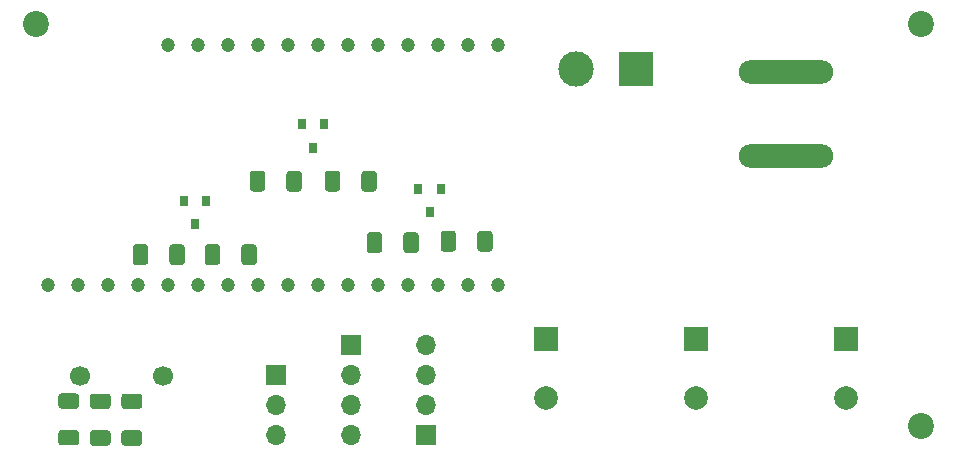
<source format=gbs>
G04 #@! TF.GenerationSoftware,KiCad,Pcbnew,(5.1.7)-1*
G04 #@! TF.CreationDate,2021-05-02T01:56:36-07:00*
G04 #@! TF.ProjectId,computer_rgb_controller,636f6d70-7574-4657-925f-7267625f636f,rev?*
G04 #@! TF.SameCoordinates,Original*
G04 #@! TF.FileFunction,Soldermask,Bot*
G04 #@! TF.FilePolarity,Negative*
%FSLAX46Y46*%
G04 Gerber Fmt 4.6, Leading zero omitted, Abs format (unit mm)*
G04 Created by KiCad (PCBNEW (5.1.7)-1) date 2021-05-02 01:56:36*
%MOMM*%
%LPD*%
G01*
G04 APERTURE LIST*
%ADD10C,2.200000*%
%ADD11R,2.000000X2.000000*%
%ADD12C,2.000000*%
%ADD13R,1.700000X1.700000*%
%ADD14O,1.700000X1.700000*%
%ADD15R,3.000000X3.000000*%
%ADD16C,3.000000*%
%ADD17R,0.800000X0.900000*%
%ADD18O,8.000000X2.000000*%
%ADD19C,1.200000*%
%ADD20C,1.700000*%
G04 APERTURE END LIST*
D10*
X154940000Y-70866000D03*
X154940000Y-36830000D03*
X80010000Y-36830000D03*
D11*
X123190000Y-63500000D03*
D12*
X123190000Y-68500000D03*
D11*
X148590000Y-63500000D03*
D12*
X148590000Y-68500000D03*
X135890000Y-68500000D03*
D11*
X135890000Y-63500000D03*
D13*
X106680000Y-64008000D03*
D14*
X106680000Y-66548000D03*
X106680000Y-69088000D03*
X106680000Y-71628000D03*
D13*
X113030000Y-71628000D03*
D14*
X113030000Y-69088000D03*
X113030000Y-66548000D03*
X113030000Y-64008000D03*
D13*
X100330000Y-66548000D03*
D14*
X100330000Y-69088000D03*
X100330000Y-71628000D03*
D15*
X130810000Y-40640000D03*
D16*
X125730000Y-40640000D03*
D17*
X102555000Y-45355000D03*
X104455000Y-45355000D03*
X103505000Y-47355000D03*
X93472000Y-53832000D03*
X94422000Y-51832000D03*
X92522000Y-51832000D03*
X112400000Y-50800000D03*
X114300000Y-50800000D03*
X113350000Y-52800000D03*
G36*
G01*
X108880000Y-49539999D02*
X108880000Y-50790001D01*
G75*
G02*
X108630001Y-51040000I-249999J0D01*
G01*
X107829999Y-51040000D01*
G75*
G02*
X107580000Y-50790001I0J249999D01*
G01*
X107580000Y-49539999D01*
G75*
G02*
X107829999Y-49290000I249999J0D01*
G01*
X108630001Y-49290000D01*
G75*
G02*
X108880000Y-49539999I0J-249999D01*
G01*
G37*
G36*
G01*
X105780000Y-49539999D02*
X105780000Y-50790001D01*
G75*
G02*
X105530001Y-51040000I-249999J0D01*
G01*
X104729999Y-51040000D01*
G75*
G02*
X104480000Y-50790001I0J249999D01*
G01*
X104480000Y-49539999D01*
G75*
G02*
X104729999Y-49290000I249999J0D01*
G01*
X105530001Y-49290000D01*
G75*
G02*
X105780000Y-49539999I0J-249999D01*
G01*
G37*
G36*
G01*
X91324000Y-57013001D02*
X91324000Y-55762999D01*
G75*
G02*
X91573999Y-55513000I249999J0D01*
G01*
X92374001Y-55513000D01*
G75*
G02*
X92624000Y-55762999I0J-249999D01*
G01*
X92624000Y-57013001D01*
G75*
G02*
X92374001Y-57263000I-249999J0D01*
G01*
X91573999Y-57263000D01*
G75*
G02*
X91324000Y-57013001I0J249999D01*
G01*
G37*
G36*
G01*
X88224000Y-57013001D02*
X88224000Y-55762999D01*
G75*
G02*
X88473999Y-55513000I249999J0D01*
G01*
X89274001Y-55513000D01*
G75*
G02*
X89524000Y-55762999I0J-249999D01*
G01*
X89524000Y-57013001D01*
G75*
G02*
X89274001Y-57263000I-249999J0D01*
G01*
X88473999Y-57263000D01*
G75*
G02*
X88224000Y-57013001I0J249999D01*
G01*
G37*
G36*
G01*
X115585000Y-54619999D02*
X115585000Y-55870001D01*
G75*
G02*
X115335001Y-56120000I-249999J0D01*
G01*
X114534999Y-56120000D01*
G75*
G02*
X114285000Y-55870001I0J249999D01*
G01*
X114285000Y-54619999D01*
G75*
G02*
X114534999Y-54370000I249999J0D01*
G01*
X115335001Y-54370000D01*
G75*
G02*
X115585000Y-54619999I0J-249999D01*
G01*
G37*
G36*
G01*
X118685000Y-54619999D02*
X118685000Y-55870001D01*
G75*
G02*
X118435001Y-56120000I-249999J0D01*
G01*
X117634999Y-56120000D01*
G75*
G02*
X117385000Y-55870001I0J249999D01*
G01*
X117385000Y-54619999D01*
G75*
G02*
X117634999Y-54370000I249999J0D01*
G01*
X118435001Y-54370000D01*
G75*
G02*
X118685000Y-54619999I0J-249999D01*
G01*
G37*
G36*
G01*
X101230000Y-50790001D02*
X101230000Y-49539999D01*
G75*
G02*
X101479999Y-49290000I249999J0D01*
G01*
X102280001Y-49290000D01*
G75*
G02*
X102530000Y-49539999I0J-249999D01*
G01*
X102530000Y-50790001D01*
G75*
G02*
X102280001Y-51040000I-249999J0D01*
G01*
X101479999Y-51040000D01*
G75*
G02*
X101230000Y-50790001I0J249999D01*
G01*
G37*
G36*
G01*
X98130000Y-50790001D02*
X98130000Y-49539999D01*
G75*
G02*
X98379999Y-49290000I249999J0D01*
G01*
X99180001Y-49290000D01*
G75*
G02*
X99430000Y-49539999I0J-249999D01*
G01*
X99430000Y-50790001D01*
G75*
G02*
X99180001Y-51040000I-249999J0D01*
G01*
X98379999Y-51040000D01*
G75*
G02*
X98130000Y-50790001I0J249999D01*
G01*
G37*
G36*
G01*
X98720000Y-55762999D02*
X98720000Y-57013001D01*
G75*
G02*
X98470001Y-57263000I-249999J0D01*
G01*
X97669999Y-57263000D01*
G75*
G02*
X97420000Y-57013001I0J249999D01*
G01*
X97420000Y-55762999D01*
G75*
G02*
X97669999Y-55513000I249999J0D01*
G01*
X98470001Y-55513000D01*
G75*
G02*
X98720000Y-55762999I0J-249999D01*
G01*
G37*
G36*
G01*
X95620000Y-55762999D02*
X95620000Y-57013001D01*
G75*
G02*
X95370001Y-57263000I-249999J0D01*
G01*
X94569999Y-57263000D01*
G75*
G02*
X94320000Y-57013001I0J249999D01*
G01*
X94320000Y-55762999D01*
G75*
G02*
X94569999Y-55513000I249999J0D01*
G01*
X95370001Y-55513000D01*
G75*
G02*
X95620000Y-55762999I0J-249999D01*
G01*
G37*
G36*
G01*
X108036000Y-55997001D02*
X108036000Y-54746999D01*
G75*
G02*
X108285999Y-54497000I249999J0D01*
G01*
X109086001Y-54497000D01*
G75*
G02*
X109336000Y-54746999I0J-249999D01*
G01*
X109336000Y-55997001D01*
G75*
G02*
X109086001Y-56247000I-249999J0D01*
G01*
X108285999Y-56247000D01*
G75*
G02*
X108036000Y-55997001I0J249999D01*
G01*
G37*
G36*
G01*
X111136000Y-55997001D02*
X111136000Y-54746999D01*
G75*
G02*
X111385999Y-54497000I249999J0D01*
G01*
X112186001Y-54497000D01*
G75*
G02*
X112436000Y-54746999I0J-249999D01*
G01*
X112436000Y-55997001D01*
G75*
G02*
X112186001Y-56247000I-249999J0D01*
G01*
X111385999Y-56247000D01*
G75*
G02*
X111136000Y-55997001I0J249999D01*
G01*
G37*
G36*
G01*
X87512999Y-68158000D02*
X88763001Y-68158000D01*
G75*
G02*
X89013000Y-68407999I0J-249999D01*
G01*
X89013000Y-69208001D01*
G75*
G02*
X88763001Y-69458000I-249999J0D01*
G01*
X87512999Y-69458000D01*
G75*
G02*
X87263000Y-69208001I0J249999D01*
G01*
X87263000Y-68407999D01*
G75*
G02*
X87512999Y-68158000I249999J0D01*
G01*
G37*
G36*
G01*
X87512999Y-71258000D02*
X88763001Y-71258000D01*
G75*
G02*
X89013000Y-71507999I0J-249999D01*
G01*
X89013000Y-72308001D01*
G75*
G02*
X88763001Y-72558000I-249999J0D01*
G01*
X87512999Y-72558000D01*
G75*
G02*
X87263000Y-72308001I0J249999D01*
G01*
X87263000Y-71507999D01*
G75*
G02*
X87512999Y-71258000I249999J0D01*
G01*
G37*
G36*
G01*
X82178999Y-71232000D02*
X83429001Y-71232000D01*
G75*
G02*
X83679000Y-71481999I0J-249999D01*
G01*
X83679000Y-72282001D01*
G75*
G02*
X83429001Y-72532000I-249999J0D01*
G01*
X82178999Y-72532000D01*
G75*
G02*
X81929000Y-72282001I0J249999D01*
G01*
X81929000Y-71481999D01*
G75*
G02*
X82178999Y-71232000I249999J0D01*
G01*
G37*
G36*
G01*
X82178999Y-68132000D02*
X83429001Y-68132000D01*
G75*
G02*
X83679000Y-68381999I0J-249999D01*
G01*
X83679000Y-69182001D01*
G75*
G02*
X83429001Y-69432000I-249999J0D01*
G01*
X82178999Y-69432000D01*
G75*
G02*
X81929000Y-69182001I0J249999D01*
G01*
X81929000Y-68381999D01*
G75*
G02*
X82178999Y-68132000I249999J0D01*
G01*
G37*
G36*
G01*
X84845999Y-68158000D02*
X86096001Y-68158000D01*
G75*
G02*
X86346000Y-68407999I0J-249999D01*
G01*
X86346000Y-69208001D01*
G75*
G02*
X86096001Y-69458000I-249999J0D01*
G01*
X84845999Y-69458000D01*
G75*
G02*
X84596000Y-69208001I0J249999D01*
G01*
X84596000Y-68407999D01*
G75*
G02*
X84845999Y-68158000I249999J0D01*
G01*
G37*
G36*
G01*
X84845999Y-71258000D02*
X86096001Y-71258000D01*
G75*
G02*
X86346000Y-71507999I0J-249999D01*
G01*
X86346000Y-72308001D01*
G75*
G02*
X86096001Y-72558000I-249999J0D01*
G01*
X84845999Y-72558000D01*
G75*
G02*
X84596000Y-72308001I0J249999D01*
G01*
X84596000Y-71507999D01*
G75*
G02*
X84845999Y-71258000I249999J0D01*
G01*
G37*
D18*
X143510000Y-48006000D03*
X143510000Y-40894000D03*
D19*
X81026000Y-58928000D03*
X83566000Y-58928000D03*
X86106000Y-58928000D03*
X88646000Y-58928000D03*
X91186000Y-38608000D03*
X91186000Y-58928000D03*
X93726000Y-38608000D03*
X93726000Y-58928000D03*
X96266000Y-38608000D03*
X96266000Y-58928000D03*
X98806000Y-38608000D03*
X98806000Y-58928000D03*
X101346000Y-38608000D03*
X101346000Y-58928000D03*
X103886000Y-38608000D03*
X103886000Y-58928000D03*
X106426000Y-38608000D03*
X106426000Y-58928000D03*
X108966000Y-38608000D03*
X108966000Y-58928000D03*
X111506000Y-38608000D03*
X111506000Y-58928000D03*
X114046000Y-38608000D03*
X114046000Y-58928000D03*
X116586000Y-38608000D03*
X116586000Y-58928000D03*
X119126000Y-38608000D03*
X119126000Y-58928000D03*
D20*
X83745000Y-66675000D03*
X90745000Y-66675000D03*
M02*

</source>
